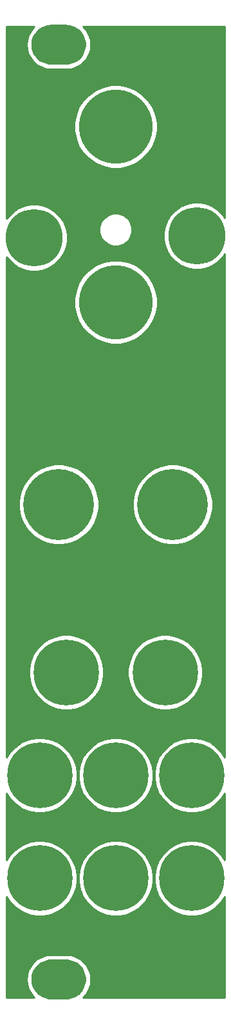
<source format=gbr>
G04 #@! TF.GenerationSoftware,KiCad,Pcbnew,(5.1.0)-1*
G04 #@! TF.CreationDate,2019-05-16T09:56:15+02:00*
G04 #@! TF.ProjectId,panel,70616e65-6c2e-46b6-9963-61645f706362,rev?*
G04 #@! TF.SameCoordinates,Original*
G04 #@! TF.FileFunction,Copper,L2,Bot*
G04 #@! TF.FilePolarity,Positive*
%FSLAX46Y46*%
G04 Gerber Fmt 4.6, Leading zero omitted, Abs format (unit mm)*
G04 Created by KiCad (PCBNEW (5.1.0)-1) date 2019-05-16 09:56:15*
%MOMM*%
%LPD*%
G04 APERTURE LIST*
%ADD10C,0.100000*%
%ADD11C,5.200000*%
%ADD12C,8.600000*%
%ADD13C,7.500000*%
%ADD14C,9.300000*%
%ADD15C,9.700000*%
%ADD16C,0.254000*%
G04 APERTURE END LIST*
D10*
G36*
X8754845Y-122912519D02*
G01*
X9007235Y-122949957D01*
X9254740Y-123011954D01*
X9494977Y-123097912D01*
X9725632Y-123207004D01*
X9944483Y-123338178D01*
X10149423Y-123490172D01*
X10338478Y-123661521D01*
X10509827Y-123850576D01*
X10661821Y-124055516D01*
X10792995Y-124274367D01*
X10902087Y-124505022D01*
X10988045Y-124745259D01*
X11050042Y-124992764D01*
X11087480Y-125245154D01*
X11100000Y-125499999D01*
X11100000Y-125500001D01*
X11087480Y-125754846D01*
X11050042Y-126007236D01*
X10988045Y-126254741D01*
X10902087Y-126494978D01*
X10792995Y-126725633D01*
X10661821Y-126944484D01*
X10509827Y-127149424D01*
X10338478Y-127338479D01*
X10149423Y-127509828D01*
X9944483Y-127661822D01*
X9725632Y-127792996D01*
X9494977Y-127902088D01*
X9254740Y-127988046D01*
X9007235Y-128050043D01*
X8754845Y-128087481D01*
X8500000Y-128100001D01*
X6500000Y-128100001D01*
X6245155Y-128087481D01*
X5992765Y-128050043D01*
X5745260Y-127988046D01*
X5505023Y-127902088D01*
X5274368Y-127792996D01*
X5055517Y-127661822D01*
X4850577Y-127509828D01*
X4661522Y-127338479D01*
X4490173Y-127149424D01*
X4338179Y-126944484D01*
X4207005Y-126725633D01*
X4097913Y-126494978D01*
X4011955Y-126254741D01*
X3949958Y-126007236D01*
X3912520Y-125754846D01*
X3900000Y-125500001D01*
X3900000Y-125499999D01*
X3912520Y-125245154D01*
X3949958Y-124992764D01*
X4011955Y-124745259D01*
X4097913Y-124505022D01*
X4207005Y-124274367D01*
X4338179Y-124055516D01*
X4490173Y-123850576D01*
X4661522Y-123661521D01*
X4850577Y-123490172D01*
X5055517Y-123338178D01*
X5274368Y-123207004D01*
X5505023Y-123097912D01*
X5745260Y-123011954D01*
X5992765Y-122949957D01*
X6245155Y-122912519D01*
X6500000Y-122899999D01*
X8500000Y-122899999D01*
X8754845Y-122912519D01*
X8754845Y-122912519D01*
G37*
D11*
X7500000Y-125500000D03*
D10*
G36*
X8754845Y-412519D02*
G01*
X9007235Y-449957D01*
X9254740Y-511954D01*
X9494977Y-597912D01*
X9725632Y-707004D01*
X9944483Y-838178D01*
X10149423Y-990172D01*
X10338478Y-1161521D01*
X10509827Y-1350576D01*
X10661821Y-1555516D01*
X10792995Y-1774367D01*
X10902087Y-2005022D01*
X10988045Y-2245259D01*
X11050042Y-2492764D01*
X11087480Y-2745154D01*
X11100000Y-2999999D01*
X11100000Y-3000001D01*
X11087480Y-3254846D01*
X11050042Y-3507236D01*
X10988045Y-3754741D01*
X10902087Y-3994978D01*
X10792995Y-4225633D01*
X10661821Y-4444484D01*
X10509827Y-4649424D01*
X10338478Y-4838479D01*
X10149423Y-5009828D01*
X9944483Y-5161822D01*
X9725632Y-5292996D01*
X9494977Y-5402088D01*
X9254740Y-5488046D01*
X9007235Y-5550043D01*
X8754845Y-5587481D01*
X8500000Y-5600001D01*
X6500000Y-5600001D01*
X6245155Y-5587481D01*
X5992765Y-5550043D01*
X5745260Y-5488046D01*
X5505023Y-5402088D01*
X5274368Y-5292996D01*
X5055517Y-5161822D01*
X4850577Y-5009828D01*
X4661522Y-4838479D01*
X4490173Y-4649424D01*
X4338179Y-4444484D01*
X4207005Y-4225633D01*
X4097913Y-3994978D01*
X4011955Y-3754741D01*
X3949958Y-3507236D01*
X3912520Y-3254846D01*
X3900000Y-3000001D01*
X3900000Y-2999999D01*
X3912520Y-2745154D01*
X3949958Y-2492764D01*
X4011955Y-2245259D01*
X4097913Y-2005022D01*
X4207005Y-1774367D01*
X4338179Y-1555516D01*
X4490173Y-1350576D01*
X4661522Y-1161521D01*
X4850577Y-990172D01*
X5055517Y-838178D01*
X5274368Y-707004D01*
X5505023Y-597912D01*
X5745260Y-511954D01*
X5992765Y-449957D01*
X6245155Y-412519D01*
X6500000Y-399999D01*
X8500000Y-399999D01*
X8754845Y-412519D01*
X8754845Y-412519D01*
G37*
D11*
X7500000Y-3000000D03*
D12*
X25000000Y-112250000D03*
X15000000Y-112250000D03*
X5000000Y-112250000D03*
X25000000Y-98750000D03*
X15000000Y-98750000D03*
X5000000Y-98750000D03*
X21500000Y-85250000D03*
X8500000Y-85250000D03*
D13*
X25650000Y-28050000D03*
X4250000Y-28300000D03*
D14*
X22500000Y-63250000D03*
X7500000Y-63250000D03*
D15*
X15000000Y-36750000D03*
X15000000Y-13750000D03*
D16*
G36*
X4210337Y-710336D02*
G01*
X3807642Y-1201023D01*
X3508412Y-1760842D01*
X3324147Y-2368282D01*
X3261928Y-2999999D01*
X3261928Y-3000001D01*
X3324147Y-3631718D01*
X3508412Y-4239158D01*
X3807642Y-4798977D01*
X4210337Y-5289664D01*
X4701024Y-5692359D01*
X5260843Y-5991589D01*
X5868283Y-6175854D01*
X6500000Y-6238073D01*
X8500000Y-6238073D01*
X9131717Y-6175854D01*
X9739157Y-5991589D01*
X10298976Y-5692359D01*
X10789663Y-5289664D01*
X11192358Y-4798977D01*
X11491588Y-4239158D01*
X11675853Y-3631718D01*
X11738072Y-3000001D01*
X11738072Y-2999999D01*
X11675853Y-2368282D01*
X11491588Y-1760842D01*
X11192358Y-1201023D01*
X10789663Y-710336D01*
X10728328Y-660000D01*
X29340000Y-660000D01*
X29340000Y-25679685D01*
X29056052Y-25254726D01*
X28445274Y-24643948D01*
X27727076Y-24164064D01*
X26929057Y-23833513D01*
X26081885Y-23665000D01*
X25218115Y-23665000D01*
X24370943Y-23833513D01*
X23572924Y-24164064D01*
X22854726Y-24643948D01*
X22243948Y-25254726D01*
X21764064Y-25972924D01*
X21433513Y-26770943D01*
X21265000Y-27618115D01*
X21265000Y-28481885D01*
X21433513Y-29329057D01*
X21764064Y-30127076D01*
X22243948Y-30845274D01*
X22854726Y-31456052D01*
X23572924Y-31935936D01*
X24370943Y-32266487D01*
X25218115Y-32435000D01*
X26081885Y-32435000D01*
X26929057Y-32266487D01*
X27727076Y-31935936D01*
X28445274Y-31456052D01*
X29056052Y-30845274D01*
X29340000Y-30420315D01*
X29340001Y-96362505D01*
X28833265Y-95604121D01*
X28145879Y-94916735D01*
X27337599Y-94376660D01*
X26439486Y-94004650D01*
X25486055Y-93815000D01*
X24513945Y-93815000D01*
X23560514Y-94004650D01*
X22662401Y-94376660D01*
X21854121Y-94916735D01*
X21166735Y-95604121D01*
X20626660Y-96412401D01*
X20254650Y-97310514D01*
X20065000Y-98263945D01*
X20065000Y-99236055D01*
X20254650Y-100189486D01*
X20626660Y-101087599D01*
X21166735Y-101895879D01*
X21854121Y-102583265D01*
X22662401Y-103123340D01*
X23560514Y-103495350D01*
X24513945Y-103685000D01*
X25486055Y-103685000D01*
X26439486Y-103495350D01*
X27337599Y-103123340D01*
X28145879Y-102583265D01*
X28833265Y-101895879D01*
X29340001Y-101137495D01*
X29340001Y-109862505D01*
X28833265Y-109104121D01*
X28145879Y-108416735D01*
X27337599Y-107876660D01*
X26439486Y-107504650D01*
X25486055Y-107315000D01*
X24513945Y-107315000D01*
X23560514Y-107504650D01*
X22662401Y-107876660D01*
X21854121Y-108416735D01*
X21166735Y-109104121D01*
X20626660Y-109912401D01*
X20254650Y-110810514D01*
X20065000Y-111763945D01*
X20065000Y-112736055D01*
X20254650Y-113689486D01*
X20626660Y-114587599D01*
X21166735Y-115395879D01*
X21854121Y-116083265D01*
X22662401Y-116623340D01*
X23560514Y-116995350D01*
X24513945Y-117185000D01*
X25486055Y-117185000D01*
X26439486Y-116995350D01*
X27337599Y-116623340D01*
X28145879Y-116083265D01*
X28833265Y-115395879D01*
X29340001Y-114637495D01*
X29340001Y-127840000D01*
X10728328Y-127840000D01*
X10789663Y-127789664D01*
X11192358Y-127298977D01*
X11491588Y-126739158D01*
X11675853Y-126131718D01*
X11738072Y-125500001D01*
X11738072Y-125499999D01*
X11675853Y-124868282D01*
X11491588Y-124260842D01*
X11192358Y-123701023D01*
X10789663Y-123210336D01*
X10298976Y-122807641D01*
X9739157Y-122508411D01*
X9131717Y-122324146D01*
X8500000Y-122261927D01*
X6500000Y-122261927D01*
X5868283Y-122324146D01*
X5260843Y-122508411D01*
X4701024Y-122807641D01*
X4210337Y-123210336D01*
X3807642Y-123701023D01*
X3508412Y-124260842D01*
X3324147Y-124868282D01*
X3261928Y-125499999D01*
X3261928Y-125500001D01*
X3324147Y-126131718D01*
X3508412Y-126739158D01*
X3807642Y-127298977D01*
X4210337Y-127789664D01*
X4271672Y-127840000D01*
X660000Y-127840000D01*
X660000Y-114637496D01*
X1166735Y-115395879D01*
X1854121Y-116083265D01*
X2662401Y-116623340D01*
X3560514Y-116995350D01*
X4513945Y-117185000D01*
X5486055Y-117185000D01*
X6439486Y-116995350D01*
X7337599Y-116623340D01*
X8145879Y-116083265D01*
X8833265Y-115395879D01*
X9373340Y-114587599D01*
X9745350Y-113689486D01*
X9935000Y-112736055D01*
X9935000Y-111763945D01*
X10065000Y-111763945D01*
X10065000Y-112736055D01*
X10254650Y-113689486D01*
X10626660Y-114587599D01*
X11166735Y-115395879D01*
X11854121Y-116083265D01*
X12662401Y-116623340D01*
X13560514Y-116995350D01*
X14513945Y-117185000D01*
X15486055Y-117185000D01*
X16439486Y-116995350D01*
X17337599Y-116623340D01*
X18145879Y-116083265D01*
X18833265Y-115395879D01*
X19373340Y-114587599D01*
X19745350Y-113689486D01*
X19935000Y-112736055D01*
X19935000Y-111763945D01*
X19745350Y-110810514D01*
X19373340Y-109912401D01*
X18833265Y-109104121D01*
X18145879Y-108416735D01*
X17337599Y-107876660D01*
X16439486Y-107504650D01*
X15486055Y-107315000D01*
X14513945Y-107315000D01*
X13560514Y-107504650D01*
X12662401Y-107876660D01*
X11854121Y-108416735D01*
X11166735Y-109104121D01*
X10626660Y-109912401D01*
X10254650Y-110810514D01*
X10065000Y-111763945D01*
X9935000Y-111763945D01*
X9745350Y-110810514D01*
X9373340Y-109912401D01*
X8833265Y-109104121D01*
X8145879Y-108416735D01*
X7337599Y-107876660D01*
X6439486Y-107504650D01*
X5486055Y-107315000D01*
X4513945Y-107315000D01*
X3560514Y-107504650D01*
X2662401Y-107876660D01*
X1854121Y-108416735D01*
X1166735Y-109104121D01*
X660000Y-109862504D01*
X660000Y-101137496D01*
X1166735Y-101895879D01*
X1854121Y-102583265D01*
X2662401Y-103123340D01*
X3560514Y-103495350D01*
X4513945Y-103685000D01*
X5486055Y-103685000D01*
X6439486Y-103495350D01*
X7337599Y-103123340D01*
X8145879Y-102583265D01*
X8833265Y-101895879D01*
X9373340Y-101087599D01*
X9745350Y-100189486D01*
X9935000Y-99236055D01*
X9935000Y-98263945D01*
X10065000Y-98263945D01*
X10065000Y-99236055D01*
X10254650Y-100189486D01*
X10626660Y-101087599D01*
X11166735Y-101895879D01*
X11854121Y-102583265D01*
X12662401Y-103123340D01*
X13560514Y-103495350D01*
X14513945Y-103685000D01*
X15486055Y-103685000D01*
X16439486Y-103495350D01*
X17337599Y-103123340D01*
X18145879Y-102583265D01*
X18833265Y-101895879D01*
X19373340Y-101087599D01*
X19745350Y-100189486D01*
X19935000Y-99236055D01*
X19935000Y-98263945D01*
X19745350Y-97310514D01*
X19373340Y-96412401D01*
X18833265Y-95604121D01*
X18145879Y-94916735D01*
X17337599Y-94376660D01*
X16439486Y-94004650D01*
X15486055Y-93815000D01*
X14513945Y-93815000D01*
X13560514Y-94004650D01*
X12662401Y-94376660D01*
X11854121Y-94916735D01*
X11166735Y-95604121D01*
X10626660Y-96412401D01*
X10254650Y-97310514D01*
X10065000Y-98263945D01*
X9935000Y-98263945D01*
X9745350Y-97310514D01*
X9373340Y-96412401D01*
X8833265Y-95604121D01*
X8145879Y-94916735D01*
X7337599Y-94376660D01*
X6439486Y-94004650D01*
X5486055Y-93815000D01*
X4513945Y-93815000D01*
X3560514Y-94004650D01*
X2662401Y-94376660D01*
X1854121Y-94916735D01*
X1166735Y-95604121D01*
X660000Y-96362504D01*
X660000Y-84763945D01*
X3565000Y-84763945D01*
X3565000Y-85736055D01*
X3754650Y-86689486D01*
X4126660Y-87587599D01*
X4666735Y-88395879D01*
X5354121Y-89083265D01*
X6162401Y-89623340D01*
X7060514Y-89995350D01*
X8013945Y-90185000D01*
X8986055Y-90185000D01*
X9939486Y-89995350D01*
X10837599Y-89623340D01*
X11645879Y-89083265D01*
X12333265Y-88395879D01*
X12873340Y-87587599D01*
X13245350Y-86689486D01*
X13435000Y-85736055D01*
X13435000Y-84763945D01*
X16565000Y-84763945D01*
X16565000Y-85736055D01*
X16754650Y-86689486D01*
X17126660Y-87587599D01*
X17666735Y-88395879D01*
X18354121Y-89083265D01*
X19162401Y-89623340D01*
X20060514Y-89995350D01*
X21013945Y-90185000D01*
X21986055Y-90185000D01*
X22939486Y-89995350D01*
X23837599Y-89623340D01*
X24645879Y-89083265D01*
X25333265Y-88395879D01*
X25873340Y-87587599D01*
X26245350Y-86689486D01*
X26435000Y-85736055D01*
X26435000Y-84763945D01*
X26245350Y-83810514D01*
X25873340Y-82912401D01*
X25333265Y-82104121D01*
X24645879Y-81416735D01*
X23837599Y-80876660D01*
X22939486Y-80504650D01*
X21986055Y-80315000D01*
X21013945Y-80315000D01*
X20060514Y-80504650D01*
X19162401Y-80876660D01*
X18354121Y-81416735D01*
X17666735Y-82104121D01*
X17126660Y-82912401D01*
X16754650Y-83810514D01*
X16565000Y-84763945D01*
X13435000Y-84763945D01*
X13245350Y-83810514D01*
X12873340Y-82912401D01*
X12333265Y-82104121D01*
X11645879Y-81416735D01*
X10837599Y-80876660D01*
X9939486Y-80504650D01*
X8986055Y-80315000D01*
X8013945Y-80315000D01*
X7060514Y-80504650D01*
X6162401Y-80876660D01*
X5354121Y-81416735D01*
X4666735Y-82104121D01*
X4126660Y-82912401D01*
X3754650Y-83810514D01*
X3565000Y-84763945D01*
X660000Y-84763945D01*
X660000Y-62729473D01*
X2215000Y-62729473D01*
X2215000Y-63770527D01*
X2418099Y-64791578D01*
X2816494Y-65753386D01*
X3394872Y-66618991D01*
X4131009Y-67355128D01*
X4996614Y-67933506D01*
X5958422Y-68331901D01*
X6979473Y-68535000D01*
X8020527Y-68535000D01*
X9041578Y-68331901D01*
X10003386Y-67933506D01*
X10868991Y-67355128D01*
X11605128Y-66618991D01*
X12183506Y-65753386D01*
X12581901Y-64791578D01*
X12785000Y-63770527D01*
X12785000Y-62729473D01*
X17215000Y-62729473D01*
X17215000Y-63770527D01*
X17418099Y-64791578D01*
X17816494Y-65753386D01*
X18394872Y-66618991D01*
X19131009Y-67355128D01*
X19996614Y-67933506D01*
X20958422Y-68331901D01*
X21979473Y-68535000D01*
X23020527Y-68535000D01*
X24041578Y-68331901D01*
X25003386Y-67933506D01*
X25868991Y-67355128D01*
X26605128Y-66618991D01*
X27183506Y-65753386D01*
X27581901Y-64791578D01*
X27785000Y-63770527D01*
X27785000Y-62729473D01*
X27581901Y-61708422D01*
X27183506Y-60746614D01*
X26605128Y-59881009D01*
X25868991Y-59144872D01*
X25003386Y-58566494D01*
X24041578Y-58168099D01*
X23020527Y-57965000D01*
X21979473Y-57965000D01*
X20958422Y-58168099D01*
X19996614Y-58566494D01*
X19131009Y-59144872D01*
X18394872Y-59881009D01*
X17816494Y-60746614D01*
X17418099Y-61708422D01*
X17215000Y-62729473D01*
X12785000Y-62729473D01*
X12581901Y-61708422D01*
X12183506Y-60746614D01*
X11605128Y-59881009D01*
X10868991Y-59144872D01*
X10003386Y-58566494D01*
X9041578Y-58168099D01*
X8020527Y-57965000D01*
X6979473Y-57965000D01*
X5958422Y-58168099D01*
X4996614Y-58566494D01*
X4131009Y-59144872D01*
X3394872Y-59881009D01*
X2816494Y-60746614D01*
X2418099Y-61708422D01*
X2215000Y-62729473D01*
X660000Y-62729473D01*
X660000Y-36209775D01*
X9515000Y-36209775D01*
X9515000Y-37290225D01*
X9725785Y-38349916D01*
X10139256Y-39348122D01*
X10739522Y-40246484D01*
X11503516Y-41010478D01*
X12401878Y-41610744D01*
X13400084Y-42024215D01*
X14459775Y-42235000D01*
X15540225Y-42235000D01*
X16599916Y-42024215D01*
X17598122Y-41610744D01*
X18496484Y-41010478D01*
X19260478Y-40246484D01*
X19860744Y-39348122D01*
X20274215Y-38349916D01*
X20485000Y-37290225D01*
X20485000Y-36209775D01*
X20274215Y-35150084D01*
X19860744Y-34151878D01*
X19260478Y-33253516D01*
X18496484Y-32489522D01*
X17598122Y-31889256D01*
X16599916Y-31475785D01*
X15540225Y-31265000D01*
X14459775Y-31265000D01*
X13400084Y-31475785D01*
X12401878Y-31889256D01*
X11503516Y-32489522D01*
X10739522Y-33253516D01*
X10139256Y-34151878D01*
X9725785Y-35150084D01*
X9515000Y-36209775D01*
X660000Y-36209775D01*
X660000Y-30819976D01*
X843948Y-31095274D01*
X1454726Y-31706052D01*
X2172924Y-32185936D01*
X2970943Y-32516487D01*
X3818115Y-32685000D01*
X4681885Y-32685000D01*
X5529057Y-32516487D01*
X6327076Y-32185936D01*
X7045274Y-31706052D01*
X7656052Y-31095274D01*
X8135936Y-30377076D01*
X8466487Y-29579057D01*
X8635000Y-28731885D01*
X8635000Y-27868115D01*
X8469733Y-27037259D01*
X12840000Y-27037259D01*
X12840000Y-27462741D01*
X12923008Y-27880049D01*
X13085833Y-28273144D01*
X13322219Y-28626920D01*
X13623080Y-28927781D01*
X13976856Y-29164167D01*
X14369951Y-29326992D01*
X14787259Y-29410000D01*
X15212741Y-29410000D01*
X15630049Y-29326992D01*
X16023144Y-29164167D01*
X16376920Y-28927781D01*
X16677781Y-28626920D01*
X16914167Y-28273144D01*
X17076992Y-27880049D01*
X17160000Y-27462741D01*
X17160000Y-27037259D01*
X17076992Y-26619951D01*
X16914167Y-26226856D01*
X16677781Y-25873080D01*
X16376920Y-25572219D01*
X16023144Y-25335833D01*
X15630049Y-25173008D01*
X15212741Y-25090000D01*
X14787259Y-25090000D01*
X14369951Y-25173008D01*
X13976856Y-25335833D01*
X13623080Y-25572219D01*
X13322219Y-25873080D01*
X13085833Y-26226856D01*
X12923008Y-26619951D01*
X12840000Y-27037259D01*
X8469733Y-27037259D01*
X8466487Y-27020943D01*
X8135936Y-26222924D01*
X7656052Y-25504726D01*
X7045274Y-24893948D01*
X6327076Y-24414064D01*
X5529057Y-24083513D01*
X4681885Y-23915000D01*
X3818115Y-23915000D01*
X2970943Y-24083513D01*
X2172924Y-24414064D01*
X1454726Y-24893948D01*
X843948Y-25504726D01*
X660000Y-25780024D01*
X660000Y-13209775D01*
X9515000Y-13209775D01*
X9515000Y-14290225D01*
X9725785Y-15349916D01*
X10139256Y-16348122D01*
X10739522Y-17246484D01*
X11503516Y-18010478D01*
X12401878Y-18610744D01*
X13400084Y-19024215D01*
X14459775Y-19235000D01*
X15540225Y-19235000D01*
X16599916Y-19024215D01*
X17598122Y-18610744D01*
X18496484Y-18010478D01*
X19260478Y-17246484D01*
X19860744Y-16348122D01*
X20274215Y-15349916D01*
X20485000Y-14290225D01*
X20485000Y-13209775D01*
X20274215Y-12150084D01*
X19860744Y-11151878D01*
X19260478Y-10253516D01*
X18496484Y-9489522D01*
X17598122Y-8889256D01*
X16599916Y-8475785D01*
X15540225Y-8265000D01*
X14459775Y-8265000D01*
X13400084Y-8475785D01*
X12401878Y-8889256D01*
X11503516Y-9489522D01*
X10739522Y-10253516D01*
X10139256Y-11151878D01*
X9725785Y-12150084D01*
X9515000Y-13209775D01*
X660000Y-13209775D01*
X660000Y-660000D01*
X4271672Y-660000D01*
X4210337Y-710336D01*
X4210337Y-710336D01*
G37*
X4210337Y-710336D02*
X3807642Y-1201023D01*
X3508412Y-1760842D01*
X3324147Y-2368282D01*
X3261928Y-2999999D01*
X3261928Y-3000001D01*
X3324147Y-3631718D01*
X3508412Y-4239158D01*
X3807642Y-4798977D01*
X4210337Y-5289664D01*
X4701024Y-5692359D01*
X5260843Y-5991589D01*
X5868283Y-6175854D01*
X6500000Y-6238073D01*
X8500000Y-6238073D01*
X9131717Y-6175854D01*
X9739157Y-5991589D01*
X10298976Y-5692359D01*
X10789663Y-5289664D01*
X11192358Y-4798977D01*
X11491588Y-4239158D01*
X11675853Y-3631718D01*
X11738072Y-3000001D01*
X11738072Y-2999999D01*
X11675853Y-2368282D01*
X11491588Y-1760842D01*
X11192358Y-1201023D01*
X10789663Y-710336D01*
X10728328Y-660000D01*
X29340000Y-660000D01*
X29340000Y-25679685D01*
X29056052Y-25254726D01*
X28445274Y-24643948D01*
X27727076Y-24164064D01*
X26929057Y-23833513D01*
X26081885Y-23665000D01*
X25218115Y-23665000D01*
X24370943Y-23833513D01*
X23572924Y-24164064D01*
X22854726Y-24643948D01*
X22243948Y-25254726D01*
X21764064Y-25972924D01*
X21433513Y-26770943D01*
X21265000Y-27618115D01*
X21265000Y-28481885D01*
X21433513Y-29329057D01*
X21764064Y-30127076D01*
X22243948Y-30845274D01*
X22854726Y-31456052D01*
X23572924Y-31935936D01*
X24370943Y-32266487D01*
X25218115Y-32435000D01*
X26081885Y-32435000D01*
X26929057Y-32266487D01*
X27727076Y-31935936D01*
X28445274Y-31456052D01*
X29056052Y-30845274D01*
X29340000Y-30420315D01*
X29340001Y-96362505D01*
X28833265Y-95604121D01*
X28145879Y-94916735D01*
X27337599Y-94376660D01*
X26439486Y-94004650D01*
X25486055Y-93815000D01*
X24513945Y-93815000D01*
X23560514Y-94004650D01*
X22662401Y-94376660D01*
X21854121Y-94916735D01*
X21166735Y-95604121D01*
X20626660Y-96412401D01*
X20254650Y-97310514D01*
X20065000Y-98263945D01*
X20065000Y-99236055D01*
X20254650Y-100189486D01*
X20626660Y-101087599D01*
X21166735Y-101895879D01*
X21854121Y-102583265D01*
X22662401Y-103123340D01*
X23560514Y-103495350D01*
X24513945Y-103685000D01*
X25486055Y-103685000D01*
X26439486Y-103495350D01*
X27337599Y-103123340D01*
X28145879Y-102583265D01*
X28833265Y-101895879D01*
X29340001Y-101137495D01*
X29340001Y-109862505D01*
X28833265Y-109104121D01*
X28145879Y-108416735D01*
X27337599Y-107876660D01*
X26439486Y-107504650D01*
X25486055Y-107315000D01*
X24513945Y-107315000D01*
X23560514Y-107504650D01*
X22662401Y-107876660D01*
X21854121Y-108416735D01*
X21166735Y-109104121D01*
X20626660Y-109912401D01*
X20254650Y-110810514D01*
X20065000Y-111763945D01*
X20065000Y-112736055D01*
X20254650Y-113689486D01*
X20626660Y-114587599D01*
X21166735Y-115395879D01*
X21854121Y-116083265D01*
X22662401Y-116623340D01*
X23560514Y-116995350D01*
X24513945Y-117185000D01*
X25486055Y-117185000D01*
X26439486Y-116995350D01*
X27337599Y-116623340D01*
X28145879Y-116083265D01*
X28833265Y-115395879D01*
X29340001Y-114637495D01*
X29340001Y-127840000D01*
X10728328Y-127840000D01*
X10789663Y-127789664D01*
X11192358Y-127298977D01*
X11491588Y-126739158D01*
X11675853Y-126131718D01*
X11738072Y-125500001D01*
X11738072Y-125499999D01*
X11675853Y-124868282D01*
X11491588Y-124260842D01*
X11192358Y-123701023D01*
X10789663Y-123210336D01*
X10298976Y-122807641D01*
X9739157Y-122508411D01*
X9131717Y-122324146D01*
X8500000Y-122261927D01*
X6500000Y-122261927D01*
X5868283Y-122324146D01*
X5260843Y-122508411D01*
X4701024Y-122807641D01*
X4210337Y-123210336D01*
X3807642Y-123701023D01*
X3508412Y-124260842D01*
X3324147Y-124868282D01*
X3261928Y-125499999D01*
X3261928Y-125500001D01*
X3324147Y-126131718D01*
X3508412Y-126739158D01*
X3807642Y-127298977D01*
X4210337Y-127789664D01*
X4271672Y-127840000D01*
X660000Y-127840000D01*
X660000Y-114637496D01*
X1166735Y-115395879D01*
X1854121Y-116083265D01*
X2662401Y-116623340D01*
X3560514Y-116995350D01*
X4513945Y-117185000D01*
X5486055Y-117185000D01*
X6439486Y-116995350D01*
X7337599Y-116623340D01*
X8145879Y-116083265D01*
X8833265Y-115395879D01*
X9373340Y-114587599D01*
X9745350Y-113689486D01*
X9935000Y-112736055D01*
X9935000Y-111763945D01*
X10065000Y-111763945D01*
X10065000Y-112736055D01*
X10254650Y-113689486D01*
X10626660Y-114587599D01*
X11166735Y-115395879D01*
X11854121Y-116083265D01*
X12662401Y-116623340D01*
X13560514Y-116995350D01*
X14513945Y-117185000D01*
X15486055Y-117185000D01*
X16439486Y-116995350D01*
X17337599Y-116623340D01*
X18145879Y-116083265D01*
X18833265Y-115395879D01*
X19373340Y-114587599D01*
X19745350Y-113689486D01*
X19935000Y-112736055D01*
X19935000Y-111763945D01*
X19745350Y-110810514D01*
X19373340Y-109912401D01*
X18833265Y-109104121D01*
X18145879Y-108416735D01*
X17337599Y-107876660D01*
X16439486Y-107504650D01*
X15486055Y-107315000D01*
X14513945Y-107315000D01*
X13560514Y-107504650D01*
X12662401Y-107876660D01*
X11854121Y-108416735D01*
X11166735Y-109104121D01*
X10626660Y-109912401D01*
X10254650Y-110810514D01*
X10065000Y-111763945D01*
X9935000Y-111763945D01*
X9745350Y-110810514D01*
X9373340Y-109912401D01*
X8833265Y-109104121D01*
X8145879Y-108416735D01*
X7337599Y-107876660D01*
X6439486Y-107504650D01*
X5486055Y-107315000D01*
X4513945Y-107315000D01*
X3560514Y-107504650D01*
X2662401Y-107876660D01*
X1854121Y-108416735D01*
X1166735Y-109104121D01*
X660000Y-109862504D01*
X660000Y-101137496D01*
X1166735Y-101895879D01*
X1854121Y-102583265D01*
X2662401Y-103123340D01*
X3560514Y-103495350D01*
X4513945Y-103685000D01*
X5486055Y-103685000D01*
X6439486Y-103495350D01*
X7337599Y-103123340D01*
X8145879Y-102583265D01*
X8833265Y-101895879D01*
X9373340Y-101087599D01*
X9745350Y-100189486D01*
X9935000Y-99236055D01*
X9935000Y-98263945D01*
X10065000Y-98263945D01*
X10065000Y-99236055D01*
X10254650Y-100189486D01*
X10626660Y-101087599D01*
X11166735Y-101895879D01*
X11854121Y-102583265D01*
X12662401Y-103123340D01*
X13560514Y-103495350D01*
X14513945Y-103685000D01*
X15486055Y-103685000D01*
X16439486Y-103495350D01*
X17337599Y-103123340D01*
X18145879Y-102583265D01*
X18833265Y-101895879D01*
X19373340Y-101087599D01*
X19745350Y-100189486D01*
X19935000Y-99236055D01*
X19935000Y-98263945D01*
X19745350Y-97310514D01*
X19373340Y-96412401D01*
X18833265Y-95604121D01*
X18145879Y-94916735D01*
X17337599Y-94376660D01*
X16439486Y-94004650D01*
X15486055Y-93815000D01*
X14513945Y-93815000D01*
X13560514Y-94004650D01*
X12662401Y-94376660D01*
X11854121Y-94916735D01*
X11166735Y-95604121D01*
X10626660Y-96412401D01*
X10254650Y-97310514D01*
X10065000Y-98263945D01*
X9935000Y-98263945D01*
X9745350Y-97310514D01*
X9373340Y-96412401D01*
X8833265Y-95604121D01*
X8145879Y-94916735D01*
X7337599Y-94376660D01*
X6439486Y-94004650D01*
X5486055Y-93815000D01*
X4513945Y-93815000D01*
X3560514Y-94004650D01*
X2662401Y-94376660D01*
X1854121Y-94916735D01*
X1166735Y-95604121D01*
X660000Y-96362504D01*
X660000Y-84763945D01*
X3565000Y-84763945D01*
X3565000Y-85736055D01*
X3754650Y-86689486D01*
X4126660Y-87587599D01*
X4666735Y-88395879D01*
X5354121Y-89083265D01*
X6162401Y-89623340D01*
X7060514Y-89995350D01*
X8013945Y-90185000D01*
X8986055Y-90185000D01*
X9939486Y-89995350D01*
X10837599Y-89623340D01*
X11645879Y-89083265D01*
X12333265Y-88395879D01*
X12873340Y-87587599D01*
X13245350Y-86689486D01*
X13435000Y-85736055D01*
X13435000Y-84763945D01*
X16565000Y-84763945D01*
X16565000Y-85736055D01*
X16754650Y-86689486D01*
X17126660Y-87587599D01*
X17666735Y-88395879D01*
X18354121Y-89083265D01*
X19162401Y-89623340D01*
X20060514Y-89995350D01*
X21013945Y-90185000D01*
X21986055Y-90185000D01*
X22939486Y-89995350D01*
X23837599Y-89623340D01*
X24645879Y-89083265D01*
X25333265Y-88395879D01*
X25873340Y-87587599D01*
X26245350Y-86689486D01*
X26435000Y-85736055D01*
X26435000Y-84763945D01*
X26245350Y-83810514D01*
X25873340Y-82912401D01*
X25333265Y-82104121D01*
X24645879Y-81416735D01*
X23837599Y-80876660D01*
X22939486Y-80504650D01*
X21986055Y-80315000D01*
X21013945Y-80315000D01*
X20060514Y-80504650D01*
X19162401Y-80876660D01*
X18354121Y-81416735D01*
X17666735Y-82104121D01*
X17126660Y-82912401D01*
X16754650Y-83810514D01*
X16565000Y-84763945D01*
X13435000Y-84763945D01*
X13245350Y-83810514D01*
X12873340Y-82912401D01*
X12333265Y-82104121D01*
X11645879Y-81416735D01*
X10837599Y-80876660D01*
X9939486Y-80504650D01*
X8986055Y-80315000D01*
X8013945Y-80315000D01*
X7060514Y-80504650D01*
X6162401Y-80876660D01*
X5354121Y-81416735D01*
X4666735Y-82104121D01*
X4126660Y-82912401D01*
X3754650Y-83810514D01*
X3565000Y-84763945D01*
X660000Y-84763945D01*
X660000Y-62729473D01*
X2215000Y-62729473D01*
X2215000Y-63770527D01*
X2418099Y-64791578D01*
X2816494Y-65753386D01*
X3394872Y-66618991D01*
X4131009Y-67355128D01*
X4996614Y-67933506D01*
X5958422Y-68331901D01*
X6979473Y-68535000D01*
X8020527Y-68535000D01*
X9041578Y-68331901D01*
X10003386Y-67933506D01*
X10868991Y-67355128D01*
X11605128Y-66618991D01*
X12183506Y-65753386D01*
X12581901Y-64791578D01*
X12785000Y-63770527D01*
X12785000Y-62729473D01*
X17215000Y-62729473D01*
X17215000Y-63770527D01*
X17418099Y-64791578D01*
X17816494Y-65753386D01*
X18394872Y-66618991D01*
X19131009Y-67355128D01*
X19996614Y-67933506D01*
X20958422Y-68331901D01*
X21979473Y-68535000D01*
X23020527Y-68535000D01*
X24041578Y-68331901D01*
X25003386Y-67933506D01*
X25868991Y-67355128D01*
X26605128Y-66618991D01*
X27183506Y-65753386D01*
X27581901Y-64791578D01*
X27785000Y-63770527D01*
X27785000Y-62729473D01*
X27581901Y-61708422D01*
X27183506Y-60746614D01*
X26605128Y-59881009D01*
X25868991Y-59144872D01*
X25003386Y-58566494D01*
X24041578Y-58168099D01*
X23020527Y-57965000D01*
X21979473Y-57965000D01*
X20958422Y-58168099D01*
X19996614Y-58566494D01*
X19131009Y-59144872D01*
X18394872Y-59881009D01*
X17816494Y-60746614D01*
X17418099Y-61708422D01*
X17215000Y-62729473D01*
X12785000Y-62729473D01*
X12581901Y-61708422D01*
X12183506Y-60746614D01*
X11605128Y-59881009D01*
X10868991Y-59144872D01*
X10003386Y-58566494D01*
X9041578Y-58168099D01*
X8020527Y-57965000D01*
X6979473Y-57965000D01*
X5958422Y-58168099D01*
X4996614Y-58566494D01*
X4131009Y-59144872D01*
X3394872Y-59881009D01*
X2816494Y-60746614D01*
X2418099Y-61708422D01*
X2215000Y-62729473D01*
X660000Y-62729473D01*
X660000Y-36209775D01*
X9515000Y-36209775D01*
X9515000Y-37290225D01*
X9725785Y-38349916D01*
X10139256Y-39348122D01*
X10739522Y-40246484D01*
X11503516Y-41010478D01*
X12401878Y-41610744D01*
X13400084Y-42024215D01*
X14459775Y-42235000D01*
X15540225Y-42235000D01*
X16599916Y-42024215D01*
X17598122Y-41610744D01*
X18496484Y-41010478D01*
X19260478Y-40246484D01*
X19860744Y-39348122D01*
X20274215Y-38349916D01*
X20485000Y-37290225D01*
X20485000Y-36209775D01*
X20274215Y-35150084D01*
X19860744Y-34151878D01*
X19260478Y-33253516D01*
X18496484Y-32489522D01*
X17598122Y-31889256D01*
X16599916Y-31475785D01*
X15540225Y-31265000D01*
X14459775Y-31265000D01*
X13400084Y-31475785D01*
X12401878Y-31889256D01*
X11503516Y-32489522D01*
X10739522Y-33253516D01*
X10139256Y-34151878D01*
X9725785Y-35150084D01*
X9515000Y-36209775D01*
X660000Y-36209775D01*
X660000Y-30819976D01*
X843948Y-31095274D01*
X1454726Y-31706052D01*
X2172924Y-32185936D01*
X2970943Y-32516487D01*
X3818115Y-32685000D01*
X4681885Y-32685000D01*
X5529057Y-32516487D01*
X6327076Y-32185936D01*
X7045274Y-31706052D01*
X7656052Y-31095274D01*
X8135936Y-30377076D01*
X8466487Y-29579057D01*
X8635000Y-28731885D01*
X8635000Y-27868115D01*
X8469733Y-27037259D01*
X12840000Y-27037259D01*
X12840000Y-27462741D01*
X12923008Y-27880049D01*
X13085833Y-28273144D01*
X13322219Y-28626920D01*
X13623080Y-28927781D01*
X13976856Y-29164167D01*
X14369951Y-29326992D01*
X14787259Y-29410000D01*
X15212741Y-29410000D01*
X15630049Y-29326992D01*
X16023144Y-29164167D01*
X16376920Y-28927781D01*
X16677781Y-28626920D01*
X16914167Y-28273144D01*
X17076992Y-27880049D01*
X17160000Y-27462741D01*
X17160000Y-27037259D01*
X17076992Y-26619951D01*
X16914167Y-26226856D01*
X16677781Y-25873080D01*
X16376920Y-25572219D01*
X16023144Y-25335833D01*
X15630049Y-25173008D01*
X15212741Y-25090000D01*
X14787259Y-25090000D01*
X14369951Y-25173008D01*
X13976856Y-25335833D01*
X13623080Y-25572219D01*
X13322219Y-25873080D01*
X13085833Y-26226856D01*
X12923008Y-26619951D01*
X12840000Y-27037259D01*
X8469733Y-27037259D01*
X8466487Y-27020943D01*
X8135936Y-26222924D01*
X7656052Y-25504726D01*
X7045274Y-24893948D01*
X6327076Y-24414064D01*
X5529057Y-24083513D01*
X4681885Y-23915000D01*
X3818115Y-23915000D01*
X2970943Y-24083513D01*
X2172924Y-24414064D01*
X1454726Y-24893948D01*
X843948Y-25504726D01*
X660000Y-25780024D01*
X660000Y-13209775D01*
X9515000Y-13209775D01*
X9515000Y-14290225D01*
X9725785Y-15349916D01*
X10139256Y-16348122D01*
X10739522Y-17246484D01*
X11503516Y-18010478D01*
X12401878Y-18610744D01*
X13400084Y-19024215D01*
X14459775Y-19235000D01*
X15540225Y-19235000D01*
X16599916Y-19024215D01*
X17598122Y-18610744D01*
X18496484Y-18010478D01*
X19260478Y-17246484D01*
X19860744Y-16348122D01*
X20274215Y-15349916D01*
X20485000Y-14290225D01*
X20485000Y-13209775D01*
X20274215Y-12150084D01*
X19860744Y-11151878D01*
X19260478Y-10253516D01*
X18496484Y-9489522D01*
X17598122Y-8889256D01*
X16599916Y-8475785D01*
X15540225Y-8265000D01*
X14459775Y-8265000D01*
X13400084Y-8475785D01*
X12401878Y-8889256D01*
X11503516Y-9489522D01*
X10739522Y-10253516D01*
X10139256Y-11151878D01*
X9725785Y-12150084D01*
X9515000Y-13209775D01*
X660000Y-13209775D01*
X660000Y-660000D01*
X4271672Y-660000D01*
X4210337Y-710336D01*
M02*

</source>
